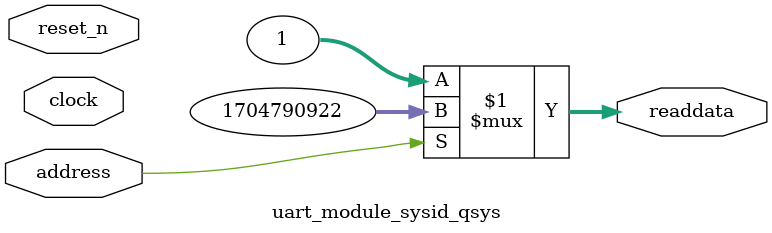
<source format=v>



// synthesis translate_off
`timescale 1ns / 1ps
// synthesis translate_on

// turn off superfluous verilog processor warnings 
// altera message_level Level1 
// altera message_off 10034 10035 10036 10037 10230 10240 10030 

module uart_module_sysid_qsys (
               // inputs:
                address,
                clock,
                reset_n,

               // outputs:
                readdata
             )
;

  output  [ 31: 0] readdata;
  input            address;
  input            clock;
  input            reset_n;

  wire    [ 31: 0] readdata;
  //control_slave, which is an e_avalon_slave
  assign readdata = address ? 1704790922 : 1;

endmodule



</source>
